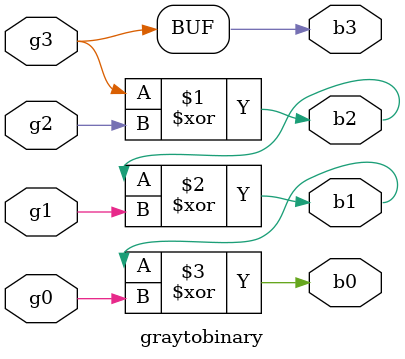
<source format=v>
module graytobinary(b0,b1,b2,b3,g0,g1,g2,g3);
output b0,b1,b2,b3;
input g0,g1,g2,g3;
assign b3=g3;
xor (b2,g3,g2),(b1,b2,g1),(b0,b1,g0);
endmodule

</source>
